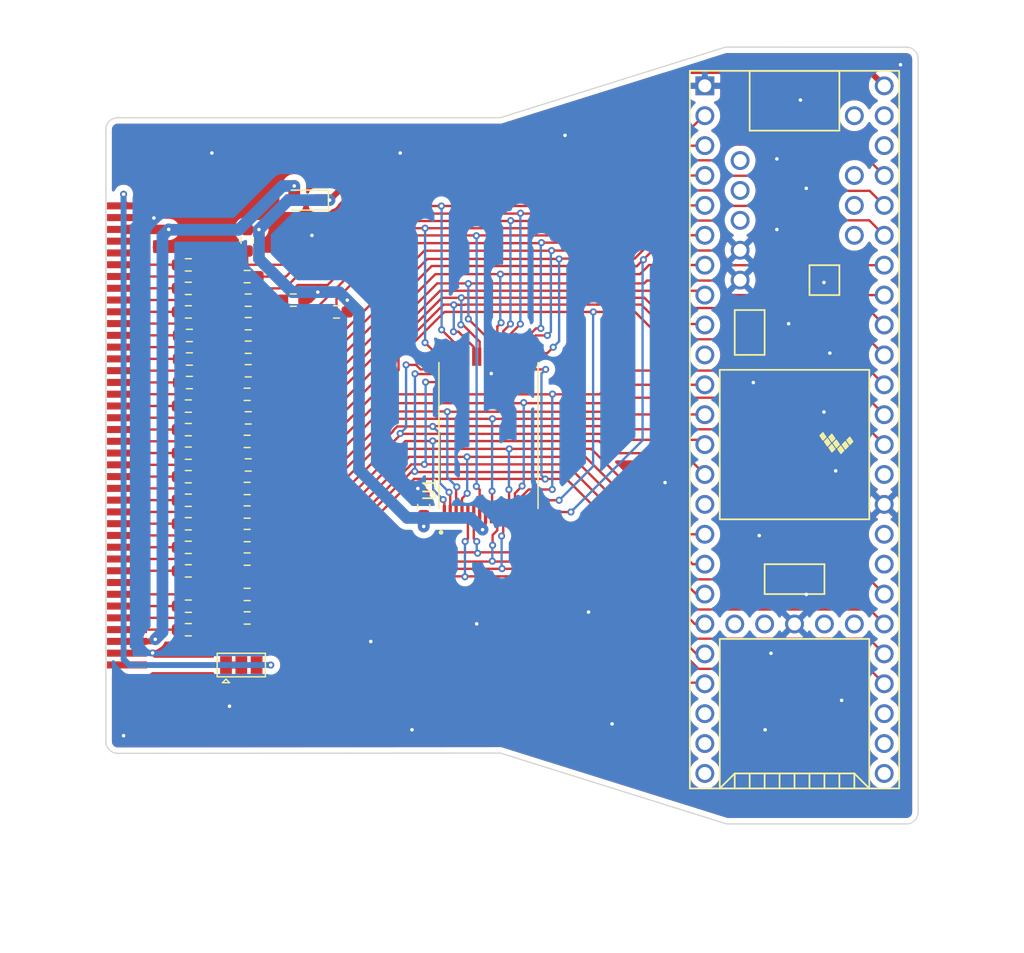
<source format=kicad_pcb>
(kicad_pcb (version 20211014) (generator pcbnew)
  (layers (0 "F.Cu" signal) (31 "B.Cu" signal) (34 "B.Paste" user) (35 "F.Paste" user) (36 "B.SilkS" user "B.Silkscreen") (37 "F.SilkS" user "F.Silkscreen") (38 "B.Mask" user) (39 "F.Mask" user) (44 "Edge.Cuts" user))
  (net 0 "")
  (net 1 "Net-(J1-Pad6)")
  (net 2 "GND")
  (net 3 "+5V")
  (net 7 "PRE_TOP")
  (net 8 "CE")
  (net 9 "Q0")
  (net 10 "Q1")
  (net 11 "OE")
  (net 12 "WE")
  (net 13 "A1")
  (net 14 "A2")
  (net 15 "A3")
  (net 16 "A4")
  (net 17 "Q2")
  (net 18 "Q3")
  (net 19 "RY")
  (net 20 "Q4")
  (net 21 "Q5")
  (net 22 "A5")
  (net 23 "A6")
  (net 24 "A7")
  (net 25 "A8")
  (net 26 "A18")
  (net 27 "A9")
  (net 28 "A10")
  (net 29 "A11")
  (net 30 "A12")
  (net 31 "A13")
  (net 32 "Q6")
  (net 33 "Q7")
  (net 34 "A0")
  (net 35 "A17")
  (net 36 "A16")
  (net 37 "A15")
  (net 38 "A14")
  (net 39 "PRE")
  (net 40 "Net-(J1-Pad7)")
  (net 41 "Net-(J1-Pad8)")
  (net 42 "Net-(J1-Pad9)")
  (net 43 "Net-(J1-Pad10)")
  (net 44 "Net-(J1-Pad11)")
  (net 45 "Net-(J1-Pad12)")
  (net 46 "Net-(J1-Pad13)")
  (net 47 "Net-(J1-Pad14)")
  (net 48 "Net-(J1-Pad15)")
  (net 49 "Net-(J1-Pad16)")
  (net 50 "Net-(J1-Pad17)")
  (net 51 "Net-(J1-Pad18)")
  (net 52 "Net-(J1-Pad19)")
  (net 53 "Net-(J1-Pad20)")
  (net 54 "Net-(J1-Pad21)")
  (net 55 "Net-(J1-Pad22)")
  (net 56 "Net-(J1-Pad23)")
  (net 57 "Net-(J1-Pad24)")
  (net 58 "Net-(J1-Pad25)")
  (net 59 "Net-(J1-Pad26)")
  (net 60 "Net-(J1-Pad27)")
  (net 61 "Net-(J1-Pad28)")
  (net 62 "Net-(J1-Pad29)")
  (net 63 "Net-(J1-Pad30)")
  (net 64 "Net-(J1-Pad31)")
  (net 65 "Net-(J1-Pad32)")
  (net 66 "Net-(J1-Pad34)")
  (net 67 "Net-(J1-Pad35)")
  (net 68 "Net-(J1-Pad36)")
  (net 69 "Net-(J1-Pad37)")
  (net 70 "PRE_BOT")
  (net 71 "5V")
  (footprint "Resistor_SMD:R_0603_1608Metric_Pad0.98x0.95mm_HandSolder" (layer "F.Cu") (at 77 68)
    (fp_text reference "R22" hide)
    (fp_text value "380" hide)
  )
  (footprint "Resistor_SMD:R_0603_1608Metric_Pad0.98x0.95mm_HandSolder" (layer "F.Cu") (at 72 63)
    (fp_text reference "R17" hide)
    (fp_text value "380" hide)
  )
  (footprint "Resistor_SMD:R_0603_1608Metric_Pad0.98x0.95mm_HandSolder" (layer "F.Cu") (at 77 70)
    (fp_text reference "R24" hide)
    (fp_text value "380" hide)
  )
  (footprint "Resistor_SMD:R_0603_1608Metric_Pad0.98x0.95mm_HandSolder" (layer "F.Cu") (at 77.0875 54)
    (fp_text reference "R8" hide)
    (fp_text value "380" hide)
  )
  (footprint "Resistor_SMD:R_0603_1608Metric_Pad0.98x0.95mm_HandSolder" (layer "F.Cu") (at 72.0875 53)
    (fp_text reference "R7" hide)
    (fp_text value "380" hide)
  )
  (footprint "Resistor_SMD:R_0603_1608Metric_Pad0.98x0.95mm_HandSolder" (layer "F.Cu") (at 72 71)
    (fp_text reference "R25" hide)
    (fp_text value "380" hide)
  )
  (footprint "Resistor_SMD:R_0603_1608Metric_Pad0.98x0.95mm_HandSolder" (layer "F.Cu") (at 77 66)
    (fp_text reference "R20" hide)
    (fp_text value "380" hide)
  )
  (footprint "Resistor_SMD:R_0603_1608Metric_Pad0.98x0.95mm_HandSolder" (layer "F.Cu") (at 72 51)
    (fp_text reference "R5" hide)
    (fp_text value "380" hide)
  )
  (footprint "Resistor_SMD:R_0603_1608Metric_Pad0.98x0.95mm_HandSolder" (layer "F.Cu") (at 77 72)
    (fp_text reference "R26" hide)
    (fp_text value "380" hide)
  )
  (footprint "Resistor_SMD:R_0603_1608Metric_Pad0.98x0.95mm_HandSolder" (layer "F.Cu") (at 72 67)
    (fp_text reference "R21" hide)
    (fp_text value "380" hide)
  )
  (footprint "Resistor_SMD:R_0603_1608Metric_Pad0.98x0.95mm_HandSolder" (layer "F.Cu") (at 77 48)
    (fp_text reference "R2" hide)
    (fp_text value "380" hide)
  )
  (footprint "Capacitor_SMD:C_0603_1608Metric_Pad1.08x0.95mm_HandSolder" (layer "F.Cu") (at 92 67.5 -90)
    (fp_text reference "C1" hide)
    (fp_text value "0.1uf" hide)
  )
  (footprint "Resistor_SMD:R_0603_1608Metric_Pad0.98x0.95mm_HandSolder" (layer "F.Cu") (at 77.0875 60)
    (fp_text reference "R14" hide)
    (fp_text value "380" hide)
  )
  (footprint "Resistor_SMD:R_0603_1608Metric_Pad0.98x0.95mm_HandSolder" (layer "F.Cu") (at 72 76)
    (fp_text reference "R29" hide)
    (fp_text value "380" hide)
  )
  (footprint "Resistor_SMD:R_0603_1608Metric_Pad0.98x0.95mm_HandSolder" (layer "F.Cu") (at 72 49)
    (fp_text reference "R3" hide)
    (fp_text value "380" hide)
  )
  (footprint "Resistor_SMD:R_0603_1608Metric_Pad0.98x0.95mm_HandSolder" (layer "F.Cu") (at 77.0875 50)
    (fp_text reference "R4" hide)
    (fp_text value "380" hide)
  )
  (footprint "doit-esp32-devkit-kicad-master:PinHeader_1x40_SMD" (layer "F.Cu") (at 66.79 60.99)
    (fp_text reference "J1" hide)
    (fp_text value "Conn_01x40_Female" hide)
  )
  (footprint "Resistor_SMD:R_0603_1608Metric_Pad0.98x0.95mm_HandSolder" (layer "F.Cu") (at 77.0875 52)
    (fp_text reference "R6" hide)
    (fp_text value "380" hide)
  )
  (footprint "Resistor_SMD:R_0603_1608Metric_Pad0.98x0.95mm_HandSolder" (layer "F.Cu") (at 84.5875 51)
    (fp_text reference "R32" hide)
    (fp_text value "380" hide)
  )
  (footprint "Resistor_SMD:R_0603_1608Metric_Pad0.98x0.95mm_HandSolder" (layer "F.Cu") (at 77 77)
    (fp_text reference "R30" hide)
    (fp_text value "380" hide)
  )
  (footprint "Resistor_SMD:R_0603_1608Metric_Pad0.98x0.95mm_HandSolder" (layer "F.Cu") (at 72.0875 55)
    (fp_text reference "R9" hide)
    (fp_text value "380" hide)
  )
  (footprint "Jumper:SolderJumper-3_P1.3mm_Bridged12_Pad1.0x1.5mm" (layer "F.Cu") (at 76.5 81)
    (fp_text reference "JP1" hide)
    (fp_text value "SolderJumper" hide)
  )
  (footprint "Resistor_SMD:R_0603_1608Metric_Pad0.98x0.95mm_HandSolder" (layer "F.Cu") (at 77.0875 64)
    (fp_text reference "R18" hide)
    (fp_text value "380" hide)
  )
  (footprint "Resistor_SMD:R_0603_1608Metric_Pad0.98x0.95mm_HandSolder" (layer "F.Cu") (at 72 78)
    (fp_text reference "R31" hide)
    (fp_text value "380" hide)
  )
  (footprint "Resistor_SMD:R_0603_1608Metric_Pad0.98x0.95mm_HandSolder" (layer "F.Cu") (at 72 65)
    (fp_text reference "R19" hide)
    (fp_text value "380" hide)
  )
  (footprint "teensy:Teensy35_36" (layer "F.Cu") (at 123.5 61 -90)
    (fp_text reference "U2" hide)
    (fp_text value "Teensy3.5" hide)
  )
  (footprint "Resistor_SMD:R_0603_1608Metric_Pad0.98x0.95mm_HandSolder" (layer "F.Cu") (at 72 73)
    (fp_text reference "R27" hide)
    (fp_text value "380" hide)
  )
  (footprint "Resistor_SMD:R_0603_1608Metric_Pad0.98x0.95mm_HandSolder" (layer "F.Cu") (at 77 58)
    (fp_text reference "R12" hide)
    (fp_text value "380" hide)
  )
  (footprint "flash-chip:SOP50P1400X120-32N" (layer "F.Cu") (at 97.5 61.5 90)
    (fp_text reference "U1")
    (fp_text value "SST39SF040-55-4I-WHE")
  )
  (footprint "Resistor_SMD:R_0603_1608Metric_Pad0.98x0.95mm_HandSolder" (layer "F.Cu") (at 77 75)
    (fp_text reference "R28" hide)
    (fp_text value "380" hide)
  )
  (footprint "Resistor_SMD:R_0603_1608Metric_Pad0.98x0.95mm_HandSolder" (layer "F.Cu") (at 72 61)
    (fp_text reference "R15" hide)
    (fp_text value "380" hide)
  )
  (footprint "Resistor_SMD:R_0603_1608Metric_Pad0.98x0.95mm_HandSolder" (layer "F.Cu") (at 77 62)
    (fp_text reference "R16" hide)
    (fp_text value "380" hide)
  )
  (footprint "Resistor_SMD:R_0603_1608Metric_Pad0.98x0.95mm_HandSolder" (layer "F.Cu") (at 77 44.9125 90)
    (fp_text reference "R34" hide)
    (fp_text value "380" hide)
  )
  (footprint "Resistor_SMD:R_0603_1608Metric_Pad0.98x0.95mm_HandSolder" (layer "F.Cu") (at 72 69)
    (fp_text reference "R23" hide)
    (fp_text value "380" hide)
  )
  (footprint "Diode_SMD:D_SOD-323_HandSoldering" (layer "F.Cu") (at 82 41.5 180)
    (fp_text reference "D1" hide)
    (fp_text value "D" hide)
  )
  (footprint "Resistor_SMD:R_0603_1608Metric_Pad0.98x0.95mm_HandSolder" (layer "F.Cu") (at 72 59)
    (fp_text reference "R13" hide)
    (fp_text value "380" hide)
  )
  (footprint "Resistor_SMD:R_0603_1608Metric_Pad0.98x0.95mm_HandSolder" (layer "F.Cu") (at 80.9125 50)
    (fp_text reference "R33" hide)
    (fp_text value "380" hide)
  )
  (footprint "Resistor_SMD:R_0603_1608Metric_Pad0.98x0.95mm_HandSolder" (layer "F.Cu") (at 72.0875 57)
    (fp_text reference "R11" hide)
    (fp_text value "380" hide)
  )
  (footprint "Resistor_SMD:R_0603_1608Metric_Pad0.98x0.95mm_HandSolder" (layer "F.Cu") (at 72 47)
    (fp_text reference "R1" hide)
    (fp_text value "380" hide)
  )
  (footprint "Resistor_SMD:R_0603_1608Metric_Pad0.98x0.95mm_HandSolder" (layer "F.Cu") (at 77.0875 56)
    (fp_text reference "R10" hide)
    (fp_text value "380" hide)
  )
  (gr_arc (start 65 35.5) (mid 65.292893 34.792893) (end 66 34.5) (layer "Edge.Cuts") (width 0.1))
  (gr_line (start 98.5 34.5) (end 66 34.5) (layer "Edge.Cuts") (width 0.1))
  (gr_line (start 98.5 34.5) (end 117.629819 28.5) (layer "Edge.Cuts") (width 0.1))
  (gr_line (start 117.734262 94.5) (end 98.5 88.477087) (layer "Edge.Cuts") (width 0.1))
  (gr_line (start 117.629819 28.5) (end 133 28.505411) (layer "Edge.Cuts") (width 0.1))
  (gr_arc (start 66 88.5) (mid 65.292893 88.207107) (end 65 87.5) (layer "Edge.Cuts") (width 0.1))
  (gr_arc (start 134 93.5) (mid 133.707107 94.207107) (end 133 94.5) (layer "Edge.Cuts") (width 0.1))
  (gr_line (start 133 94.5) (end 117.734262 94.5) (layer "Edge.Cuts") (width 0.1))
  (gr_line (start 98.5 88.477087) (end 66 88.5) (layer "Edge.Cuts") (width 0.1))
  (gr_arc (start 133 28.505411) (mid 133.705196 28.796393) (end 134 29.5) (layer "Edge.Cuts") (width 0.1))
  (gr_line (start 65 35.5) (end 65 87.5) (layer "Edge.Cuts") (width 0.1))
  (gr_line (start 134 29.5) (end 134 93.5) (layer "Edge.Cuts") (width 0.1))
  (segment (start 66.79 46.99) (end 71.0775 46.99) (width 0.2) (layer "F.Cu") (net 1))
  (segment (start 71.0775 46.99) (end 71.0875 47) (width 0.2) (layer "F.Cu") (net 1))
  (segment (start 92 66.5) (end 92 66.6375) (width 1) (layer "F.Cu") (net 2))
  (segment (start 97.732872 56.234028) (end 97.732872 54.827128) (width 0.2) (layer "F.Cu") (net 2))
  (segment (start 91.5 66) (end 92 66.5) (width 1) (layer "F.Cu") (net 2))
  (segment (start 97.732872 54.827128) (end 97.75 54.81) (width 0.2) (layer "F.Cu") (net 2))
  (segment (start 68.945455 79.99) (end 66.79 79.99) (width 0.2) (layer "F.Cu") (net 2))
  (segment (start 68.964642 79.970813) (end 68.945455 79.99) (width 0.2) (layer "F.Cu") (net 2))
  (via (at 106 76.5) (size 0.6) (drill 0.3) (layers "F.Cu" "B.Cu") (net 2))
  (via (at 87.5 79) (size 0.6) (drill 0.3) (layers "F.Cu" "B.Cu") (net 2))
  (via (at 96.5 77.5) (size 0.6) (drill 0.3) (layers "F.Cu" "B.Cu") (net 2))
  (via (at 121.5 80) (size 0.6) (drill 0.3) (layers "F.Cu" "B.Cu") (net 2))
  (via (at 91.5 66) (size 0.6) (drill 0.3) (layers "F.Cu" "B.Cu") (net 2))
  (via (at 66.5 87) (size 0.6) (drill 0.3) (layers "F.Cu" "B.Cu") (net 2))
  (via (at 120.5 70) (size 0.6) (drill 0.3) (layers "F.Cu" "B.Cu") (net 2))
  (via (at 104 36) (size 0.6) (drill 0.3) (layers "F.Cu" "B.Cu") (net 2))
  (via (at 108 86) (size 0.6) (drill 0.3) (layers "F.Cu" "B.Cu") (net 2))
  (via (at 124 33) (size 0.6) (drill 0.3) (layers "F.Cu" "B.Cu") (net 2))
  (via (at 132.5 30) (size 0.6) (drill 0.3) (layers "F.Cu" "B.Cu") (net 2))
  (via (at 124.5 40.5) (size 0.6) (drill 0.3) (layers "F.Cu" "B.Cu") (net 2))
  (via (at 127.5 84) (size 0.6) (drill 0.3) (layers "F.Cu" "B.Cu") (net 2))
  (via (at 69.075467 43.021588) (size 0.6) (drill 0.3) (layers "F.Cu" "B.Cu") (net 2))
  (via (at 127 64.5) (size 0.6) (drill 0.3) (layers "F.Cu" "B.Cu") (net 2))
  (via (at 120 57) (size 0.6) (drill 0.3) (layers "F.Cu" "B.Cu") (net 2))
  (via (at 126 48.5) (size 0.6) (drill 0.3) (layers "F.Cu" "B.Cu") (net 2))
  (via (at 121 86.5) (size 0.6) (drill 0.3) (layers "F.Cu" "B.Cu") (net 2))
  (via (at 68.964642 79.970813) (size 0.6) (drill 0.3) (layers "F.Cu" "B.Cu") (net 2))
  (via (at 75.5 84.5) (size 0.6) (drill 0.3) (layers "F.Cu" "B.Cu") (net 2))
  (via (at 97.732872 56.234028) (size 0.6) (drill 0.3) (layers "F.Cu" "B.Cu") (net 2))
  (via (at 82.5 44.5) (size 0.6) (drill 0.3) (layers "F.Cu" "B.Cu") (net 2))
  (via (at 124.5 75) (size 0.6) (drill 0.3) (layers "F.Cu" "B.Cu") (net 2))
  (via (at 74 37.5) (size 0.6) (drill 0.3) (layers "F.Cu" "B.Cu") (net 2))
  (via (at 126.5 54.5) (size 0.6) (drill 0.3) (layers "F.Cu" "B.Cu") (net 2))
  (via (at 126 59.5) (size 0.6) (drill 0.3) (layers "F.Cu" "B.Cu") (net 2))
  (via (at 112.5 65.5) (size 0.6) (drill 0.3) (layers "F.Cu" "B.Cu") (net 2))
  (via (at 123 52) (size 0.6) (drill 0.3) (layers "F.Cu" "B.Cu") (net 2))
  (via (at 90 37.5) (size 0.6) (drill 0.3) (layers "F.Cu" "B.Cu") (net 2))
  (via (at 91 86.5) (size 0.6) (drill 0.3) (layers "F.Cu" "B.Cu") (net 2))
  (via (at 122 38) (size 0.6) (drill 0.3) (layers "F.Cu" "B.Cu") (net 2))
  (via (at 122 44) (size 0.6) (drill 0.3) (layers "F.Cu" "B.Cu") (net 2))
  (segment (start 67.847743 79.970813) (end 67.278846 79.401916) (width 0.5) (layer "B.Cu") (net 2))
  (segment (start 67.278846 43.721154) (end 67.978412 43.021588) (width 0.5) (layer "B.Cu") (net 2))
  (segment (start 67.278846 79.401916) (end 67.278846 43.721154) (width 0.5) (layer "B.Cu") (net 2))
  (segment (start 97.732872 56.234028) (end 97.745793 56.221107) (width 0.5) (layer "B.Cu") (net 2))
  (segment (start 67.978412 43.021588) (end 69.075467 43.021588) (width 0.5) (layer "B.Cu") (net 2))
  (segment (start 68.964642 79.970813) (end 67.847743 79.970813) (width 0.5) (layer "B.Cu") (net 2))
  (segment (start 97.25 68.19) (end 97.25 69.25) (width 0.2) (layer "F.Cu") (net 3))
  (segment (start 131.12 31.79) (end 129.87 30.54) (width 0.5) (layer "F.Cu") (net 3))
  (segment (start 83.25 41.5) (end 84 41.5) (width 0.5) (layer "F.Cu") (net 3))
  (segment (start 81.825 50) (end 82.316978 50) (width 0.5) (layer "F.Cu") (net 3))
  (segment (start 77 44) (end 78 44) (width 0.5) (layer "F.Cu") (net 3))
  (segment (start 104.5 40) (end 85.5 40) (width 0.5) (layer "F.Cu") (net 3))
  (segment (start 82.316978 50) (end 83 49.316978) (width 0.5) (layer "F.Cu") (net 3))
  (segment (start 85.5 40) (end 84 41.5) (width 0.5) (layer "F.Cu") (net 3))
  (segment (start 92 69.224938) (end 92 68.3625) (width 1) (layer "F.Cu") (net 3))
  (segment (start 113.96 30.54) (end 104.5 40) (width 0.5) (layer "F.Cu") (net 3))
  (segment (start 129.87 30.54) (end 113.96 30.54) (width 0.5) (layer "F.Cu") (net 3))
  (segment (start 85.5 51) (end 85.5 50) (width 0.5) (layer "F.Cu") (net 3))
  (segment (start 97.25 69.25) (end 97 69.5) (width 0.2) (layer "F.Cu") (net 3))
  (via (at 85.5 50) (size 0.6) (drill 0.3) (layers "F.Cu" "B.Cu") (net 3))
  (via (at 83 49.316978) (size 0.6) (drill 0.3) (layers "F.Cu" "B.Cu") (net 3))
  (via (at 92 69.224938) (size 0.6) (drill 0.3) (layers "F.Cu" "B.Cu") (net 3))
  (via (at 97 69.5) (size 0.6) (drill 0.3) (layers "F.Cu" "B.Cu") (net 3))
  (via (at 78 44) (size 0.6) (drill 0.3) (layers "F.Cu" "B.Cu") (net 3))
  (via (at 84 41.5) (size 0.6) (drill 0.3) (layers "F.Cu" "B.Cu") (net 3))
  (segment (start 92 69.224938) (end 92 68.5) (width 1) (layer "B.Cu") (net 3))
  (segment (start 96 68.5) (end 97 69.5) (width 1) (layer "B.Cu") (net 3))
  (segment (start 86.5 51) (end 86.5 64.414214) (width 1) (layer "B.Cu") (net 3))
  (segment (start 90.585786 68.5) (end 96 68.5) (width 1) (layer "B.Cu") (net 3))
  (segment (start 84 41.5) (end 80.5 41.5) (width 1) (layer "B.Cu") (net 3))
  (segment (start 85.5 50) (end 84.815093 49.315093) (width 1) (layer "B.Cu") (net 3))
  (segment (start 80.5 41.5) (end 78 44) (width 1) (layer "B.Cu") (net 3))
  (segment (start 83 49.316978) (end 80.816978 49.316978) (width 1) (layer "B.Cu") (net 3))
  (segment (start 78 46.5) (end 78 44) (width 1) (layer "B.Cu") (net 3))
  (segment (start 85.5 50) (end 86.5 51) (width 1) (layer "B.Cu") (net 3))
  (segment (start 80.816978 49.316978) (end 78 46.5) (width 1) (layer "B.Cu") (net 3))
  (segment (start 84.815093 49.315093) (end 83.001885 49.315093) (width 1) (layer "B.Cu") (net 3))
  (segment (start 86.5 64.414214) (end 90.585786 68.5) (width 1) (layer "B.Cu") (net 3))
  (segment (start 83.001885 49.315093) (end 83 49.316978) (width 1) (layer "B.Cu") (net 3))
  (segment (start 66.5 41) (end 66.5 41.7) (width 0.5) (layer "F.Cu") (net 7))
  (segment (start 77.8 81) (end 79 81) (width 0.5) (layer "F.Cu") (net 7))
  (segment (start 66.5 41.7) (end 66.79 41.99) (width 0.5) (layer "F.Cu") (net 7))
  (via (at 79 81) (size 0.6) (drill 0.3) (layers "F.Cu" "B.Cu") (net 7))
  (via (at 66.5 41) (size 0.6) (drill 0.3) (layers "F.Cu" "B.Cu") (net 7))
  (segment (start 79 81) (end 67 81) (width 0.5) (layer "B.Cu") (net 7))
  (segment (start 66.5 80.5) (end 66.5 41) (width 0.5) (layer "B.Cu") (net 7))
  (segment (start 67 81) (end 66.5 80.5) (width 0.5) (layer "B.Cu") (net 7))
  (segment (start 87.761841 42) (end 82.768487 46.993354) (width 0.2) (layer "F.Cu") (net 8))
  (segment (start 108.107568 42) (end 115.777568 34.33) (width 0.2) (layer "F.Cu") (net 8))
  (segment (start 76.993354 46.993354) (end 72.919146 46.993354) (width 0.2) (layer "F.Cu") (net 8))
  (segment (start 93.517898 52.517898) (end 94.75 53.75) (width 0.2) (layer "F.Cu") (net 8))
  (segment (start 93.5 42) (end 87.761841 42) (width 0.2) (layer "F.Cu") (net 8))
  (segment (start 72.919146 46.993354) (end 72.9125 47) (width 0.2) (layer "F.Cu") (net 8))
  (segment (start 77 46.763573) (end 77 46.986708) (width 0.2) (layer "F.Cu") (net 8))
  (segment (start 82.768487 46.993354) (end 76.993354 46.993354) (width 0.2) (layer "F.Cu") (net 8))
  (segment (start 115.777568 34.33) (end 115.88 34.33) (width 0.2) (layer "F.Cu") (net 8))
  (segment (start 94.75 53.75) (end 94.75 54.81) (width 0.2) (layer "F.Cu") (net 8))
  (segment (start 93.5 42) (end 108.107568 42) (width 0.2) (layer "F.Cu") (net 8))
  (segment (start 77 46.986708) (end 76.993354 46.993354) (width 0.2) (layer "F.Cu") (net 8))
  (segment (start 77 45.825) (end 77 46.763573) (width 0.2) (layer "F.Cu") (net 8))
  (via (at 93.5 42) (size 0.6) (drill 0.3) (layers "F.Cu" "B.Cu") (net 8))
  (via (at 93.517898 52.517898) (size 0.6) (drill 0.3) (layers "F.Cu" "B.Cu") (net 8))
  (segment (start 93.517898 42.017898) (end 93.5 42) (width 0.2) (layer "B.Cu") (net 8))
  (segment (start 93.517898 52.517898) (end 93.517898 42.017898) (width 0.2) (layer "B.Cu") (net 8))
  (segment (start 100.219729 42.615259) (end 100.189267 42.645721) (width 0.2) (layer "F.Cu") (net 9))
  (segment (start 83.206396 47.564451) (end 80.724241 47.564451) (width 0.2) (layer "F.Cu") (net 9))
  (segment (start 100.250191 42.645721) (end 108.364799 42.645721) (width 0.2) (layer "F.Cu") (net 9))
  (segment (start 99.25 52.98867) (end 99.25 54.81) (width 0.2) (layer "F.Cu") (net 9))
  (segment (start 80.724241 47.564451) (end 80.288692 48) (width 0.2) (layer "F.Cu") (net 9))
  (segment (start 100.189267 42.645721) (end 88.125126 42.645721) (width 0.2) (layer "F.Cu") (net 9))
  (segment (start 108.364799 42.645721) (end 114.131934 36.878586) (width 0.2) (layer "F.Cu") (net 9))
  (segment (start 100.207925 52.030745) (end 99.25 52.98867) (width 0.2) (layer "F.Cu") (net 9))
  (segment (start 80.288692 48) (end 77.9125 48) (width 0.2) (layer "F.Cu") (net 9))
  (segment (start 114.131934 36.878586) (end 115.871414 36.878586) (width 0.2) (layer "F.Cu") (net 9))
  (segment (start 115.871414 36.878586) (end 115.88 36.87) (width 0.2) (layer "F.Cu") (net 9))
  (segment (start 88.125126 42.645721) (end 83.206396 47.564451) (width 0.2) (layer "F.Cu") (net 9))
  (segment (start 100.219729 42.615259) (end 100.250191 42.645721) (width 0.2) (layer "F.Cu") (net 9))
  (via (at 100.219729 42.615259) (size 0.6) (drill 0.3) (layers "F.Cu" "B.Cu") (net 9))
  (via (at 100.207925 52.030745) (size 0.6) (drill 0.3) (layers "F.Cu" "B.Cu") (net 9))
  (segment (start 100.219729 42.615259) (end 100.207925 42.627063) (width 0.2) (layer "B.Cu") (net 9))
  (segment (start 100.207925 42.627063) (end 100.207925 52.030745) (width 0.2) (layer "B.Cu") (net 9))
  (segment (start 116.872946 38.120634) (end 118.211086 36.782494) (width 0.2) (layer "F.Cu") (net 10))
  (segment (start 99.387032 43.245221) (end 99.356699 43.275554) (width 0.2) (layer "F.Cu") (net 10))
  (segment (start 83.546698 48.132254) (end 81.064544 48.132254) (width 0.2) (layer "F.Cu") (net 10))
  (segment (start 99.417365 43.275554) (end 108.6162 43.275554) (width 0.2) (layer "F.Cu") (net 10))
  (segment (start 81.064544 48.132254) (end 80.196798 49) (width 0.2) (layer "F.Cu") (net 10))
  (segment (start 99.356699 43.275554) (end 88.403398 43.275554) (width 0.2) (layer "F.Cu") (net 10))
  (segment (start 80.196798 49) (end 72.9125 49) (width 0.2) (layer "F.Cu") (net 10))
  (segment (start 113.77112 38.120634) (end 116.872946 38.120634) (width 0.2) (layer "F.Cu") (net 10))
  (segment (start 98.75 52.640847) (end 98.75 54.81) (width 0.2) (layer "F.Cu") (net 10))
  (segment (start 118.211086 36.782494) (end 128.492494 36.782494) (width 0.2) (layer "F.Cu") (net 10))
  (segment (start 128.492494 36.782494) (end 131.12 39.41) (width 0.2) (layer "F.Cu") (net 10))
  (segment (start 99.36448 52.026367) (end 98.75 52.640847) (width 0.2) (layer "F.Cu") (net 10))
  (segment (start 108.6162 43.275554) (end 113.77112 38.120634) (width 0.2) (layer "F.Cu") (net 10))
  (segment (start 88.403398 43.275554) (end 83.546698 48.132254) (width 0.2) (layer "F.Cu") (net 10))
  (segment (start 99.387032 43.245221) (end 99.417365 43.275554) (width 0.2) (layer "F.Cu") (net 10))
  (via (at 99.36448 52.026367) (size 0.6) (drill 0.3) (layers "F.Cu" "B.Cu") (net 10))
  (via (at 99.387032 43.245221) (size 0.6) (drill 0.3) (layers "F.Cu" "B.Cu") (net 10))
  (segment (start 99.387032 43.245221) (end 99.36448 43.267773) (width 0.2) (layer "B.Cu") (net 10))
  (segment (start 99.36448 43.267773) (end 99.36448 52.026367) (width 0.2) (layer "B.Cu") (net 10))
  (segment (start 93.31 54.81) (end 93.75 54.81) (width 0.2) (layer "F.Cu") (net 11))
  (segment (start 113.346813 39.41) (end 115.88 39.41) (width 0.2) (layer "F.Cu") (net 11))
  (segment (start 92.112415 43.887585) (end 88.659112 43.887585) (width 0.2) (layer "F.Cu") (net 11))
  (segment (start 88.659112 43.887585) (end 83.829219 48.717478) (width 0.2) (layer "F.Cu") (net 11))
  (segment (start 78 50) (end 79 50) (width 0.2) (layer "F.Cu") (net 11))
  (segment (start 83.829219 48.717478) (end 81.282522 48.717478) (width 0.2) (layer "F.Cu") (net 11))
  (segment (start 92.112415 43.887585) (end 108.869228 43.887585) (width 0.2) (layer "F.Cu") (net 11))
  (segment (start 79 50) (end 80 50) (width 0.2) (layer "F.Cu") (net 11))
  (segment (start 81.282522 48.717478) (end 80 50) (width 0.2) (layer "F.Cu") (net 11))
  (segment (start 92.112415 53.612415) (end 93.31 54.81) (width 0.2) (layer "F.Cu") (net 11))
  (segment (start 108.869228 43.887585) (end 113.346813 39.41) (width 0.2) (layer "F.Cu") (net 11))
  (via (at 92.112415 43.887585) (size 0.6) (drill 0.3) (layers "F.Cu" "B.Cu") (net 11))
  (via (at 92.112415 53.612415) (size 0.6) (drill 0.3) (layers "F.Cu" "B.Cu") (net 11))
  (segment (start 92.112415 53.612415) (end 92.112415 43.887585) (width 0.2) (layer "B.Cu") (net 11))
  (segment (start 89.056086 44.499617) (end 82.762761 50.792942) (width 0.2) (layer "F.Cu") (net 12))
  (segment (start 131.12 41.95) (end 129.884712 40.714712) (width 0.2) (layer "F.Cu") (net 12))
  (segment (start 96.75 66.097939) (end 96.75 68.19) (width 0.2) (layer "F.Cu") (net 12))
  (segment (start 117.854462 39.432304) (end 116.606304 40.680462) (width 0.2) (layer "F.Cu") (net 12))
  (segment (start 83.675 51) (end 81 51) (width 0.2) (layer "F.Cu") (net 12))
  (segment (start 109.122257 44.499617) (end 89.056086 44.499617) (width 0.2) (layer "F.Cu") (net 12))
  (segment (start 129.884712 40.714712) (end 127.714712 40.714712) (width 0.2) (layer "F.Cu") (net 12))
  (segment (start 112.941412 40.680462) (end 109.122257 44.499617) (width 0.2) (layer "F.Cu") (net 12))
  (segment (start 126.432304 39.432304) (end 117.854462 39.432304) (width 0.2) (layer "F.Cu") (net 12))
  (segment (start 96.473079 65.821018) (end 96.75 66.097939) (width 0.2) (layer "F.Cu") (net 12))
  (segment (start 81 51) (end 72.9125 51) (width 0.2) (layer "F.Cu") (net 12))
  (segment (start 116.606304 40.680462) (end 112.941412 40.680462) (width 0.2) (layer "F.Cu") (net 12))
  (segment (start 82.762761 50.792942) (end 82.762761 51) (width 0.2) (layer "F.Cu") (net 12))
  (segment (start 127.714712 40.714712) (end 126.432304 39.432304) (width 0.2) (layer "F.Cu") (net 12))
  (segment (start 82.762761 51) (end 80.983052 51) (width 0.2) (layer "F.Cu") (net 12))
  (via (at 96.470023 44.529977) (size 0.6) (drill 0.3) (layers "F.Cu" "B.Cu") (net 12))
  (via (at 96.473079 65.821018) (size 0.6) (drill 0.3) (layers "F.Cu" "B.Cu") (net 12))
  (segment (start 96.490994 65.803103) (end 96.490994 44.550948) (width 0.2) (layer "B.Cu") (net 12))
  (segment (start 96.490994 44.550948) (end 96.470023 44.529977) (width 0.2) (layer "B.Cu") (net 12))
  (segment (start 96.473079 65.821018) (end 96.490994 65.803103) (width 0.2) (layer "B.Cu") (net 12))
  (segment (start 109.400025 45.113942) (end 112.563967 41.95) (width 0.2) (layer "F.Cu") (net 13))
  (segment (start 102 45.113942) (end 109.400025 45.113942) (width 0.2) (layer "F.Cu") (net 13))
  (segment (start 112.563967 41.95) (end 115.88 41.95) (width 0.2) (layer "F.Cu") (net 13))
  (segment (start 101.533814 52.4005) (end 100.25 53.684314) (width 0.2) (layer "F.Cu") (net 13))
  (segment (start 89.342444 45.157556) (end 101.956386 45.157556) (width 0.2) (layer "F.Cu") (net 13))
  (segment (start 101.944851 52.4005) (end 101.533814 52.4005) (width 0.2) (layer "F.Cu") (net 13))
  (segment (start 78 52) (end 84 52) (width 0.2) (layer "F.Cu") (net 13))
  (segment (start 84.584701 49.915299) (end 89.342444 45.157556) (width 0.2) (layer "F.Cu") (net 13))
  (segment (start 84.584701 51.415299) (end 84.584701 49.915299) (width 0.2) (layer "F.Cu") (net 13))
  (segment (start 101.956386 45.157556) (end 102 45.113942) (width 0.2) (layer "F.Cu") (net 13))
  (segment (start 100.25 53.684314) (end 100.25 54.81) (width 0.2) (layer "F.Cu") (net 13))
  (segment (start 84 52) (end 84.584701 51.415299) (width 0.2) (layer "F.Cu") (net 13))
  (via (at 102 45.113942) (size 0.6) (drill 0.3) (layers "F.Cu" "B.Cu") (net 13))
  (via (at 101.944851 52.4005) (size 0.6) (drill 0.3) (layers "F.Cu" "B.Cu") (net 13))
  (segment (start 101.944851 45.169091) (end 101.944851 52.4005) (width 0.2) (layer "B.Cu") (net 13))
  (segment (start 102 45.113942) (end 101.944851 45.169091) (width 0.2) (layer "B.Cu") (net 13))
  (segment (start 84.85402 53) (end 73 53) (width 0.2) (layer "F.Cu") (net 14))
  (segment (start 102.862605 45.788426) (end 102.849579 45.801452) (width 0.2) (layer "F.Cu") (net 14))
  (segment (start 92.052568 45.801452) (end 84.85402 53) (width 0.2) (layer "F.Cu") (net 14))
  (segment (start 127.905457 43.217774) (end 129.847774 43.217774) (width 0.2) (layer "F.Cu") (net 14))
  (segment (start 102.849579 45.801452) (end 92.052568 45.801452) (width 0.2) (layer "F.Cu") (net 14))
  (segment (start 118.037286 41.991551) (end 126.679234 41.991551) (width 0.2) (layer "F.Cu") (net 14))
  (segment (start 102.5 53) (end 101.5 53) (width 0.2) (layer "F.Cu") (net 14))
  (segment (start 112.192691 43.237238) (end 116.791599 43.237238) (width 0.2) (layer "F.Cu") (net 14))
  (segment (start 109.641503 45.788426) (end 112.192691 43.237238) (width 0.2) (layer "F.Cu") (net 14))
  (segment (start 102.862605 45.788426) (end 109.641503 45.788426) (width 0.2) (layer "F.Cu") (net 14))
  (segment (start 116.791599 43.237238) (end 118.037286 41.991551) (width 0.2) (layer "F.Cu") (net 14))
  (segment (start 126.679234 41.991551) (end 127.905457 43.217774) (width 0.2) (layer "F.Cu") (net 14))
  (segment (start 100.75 53.75) (end 100.75 54.81) (width 0.2) (layer "F.Cu") (net 14))
  (segment (start 129.847774 43.217774) (end 131.12 44.49) (width 0.2) (layer "F.Cu") (net 14))
  (segment (start 101.5 53) (end 100.75 53.75) (width 0.2) (layer "F.Cu") (net 14))
  (via (at 102.862605 45.788426) (size 0.6) (drill 0.3) (layers "F.Cu" "B.Cu") (net 14))
  (via (at 102.5 53) (size 0.6) (drill 0.3) (layers "F.Cu" "B.Cu") (net 14))
  (segment (start 102.800152 52.699848) (end 102.5 53) (width 0.2) (layer "B.Cu") (net 14))
  (segment (start 102.862605 45.788426) (end 102.800152 45.850879) (width 0.2) (layer "B.Cu") (net 14))
  (segment (start 102.800152 45.850879) (end 102.800152 52.699848) (width 0.2) (layer "B.Cu") (net 14))
  (segment (start 103.528534 46.471466) (end 109.911413 46.471466) (width 0.2) (layer "F.Cu") (net 15))
  (segment (start 102.5 54.5) (end 103 54) (width 0.2) (layer "F.Cu") (net 15))
  (segment (start 92.310992 46.5) (end 84.810992 54) (width 0.2) (layer "F.Cu") (net 15))
  (segment (start 103.5 46.5) (end 103.528534 46.471466) (width 0.2) (layer "F.Cu") (net 15))
  (segment (start 101.25 54.81) (end 101.56 54.5) (width 0.2) (layer "F.Cu") (net 15))
  (segment (start 111.896622 44.486257) (end 115.876257 44.486257) (width 0.2) (layer "F.Cu") (net 15))
  (segment (start 101.56 54.5) (end 102 54.5) (width 0.2) (layer "F.Cu") (net 15))
  (segment (start 109.911413 46.471466) (end 111.896622 44.486257) (width 0.2) (layer "F.Cu") (net 15))
  (segment (start 115.876257 44.486257) (end 115.88 44.49) (width 0.2) (layer "F.Cu") (net 15))
  (segment (start 84.810992 54) (end 78 54) (width 0.2) (layer "F.Cu") (net 15))
  (segment (start 102 54.5) (end 102.5 54.5) (width 0.2) (layer "F.Cu") (net 15))
  (segment (start 103.5 46.5) (end 92.310992 46.5) (width 0.2) (layer "F.Cu") (net 15))
  (via (at 103 54) (size 0.6) (drill 0.3) (layers "F.Cu" "B.Cu") (net 15))
  (via (at 103.5 46.5) (size 0.6) (drill 0.3) (layers "F.Cu" "B.Cu") (net 15))
  (segment (start 103.5 46.5) (end 103.5 53.5) (width 0.2) (layer "B.Cu") (net 15))
  (segment (start 103.5 53.5) (end 103 54) (width 0.2) (layer "B.Cu") (net 15))
  (segment (start 118.254365 47.03) (end 117.006546 45.782181) (width 0.2) (layer "F.Cu") (net 16))
  (segment (start 117.006546 45.782181) (end 111.433204 45.782181) (width 0.2) (layer "F.Cu") (net 16))
  (segment (start 110.102095 47.11329) (end 106.551889 47.11329) (width 0.2) (layer "F.Cu") (net 16))
  (segment (start 111.433204 45.782181) (end 110.102095 47.11329) (width 0.2) (layer "F.Cu") (net 16))
  (segment (start 106.538599 47.1) (end 92.674765 47.1) (width 0.2) (layer "F.Cu") (net 16))
  (segment (start 101.25 68.19) (end 101.44 68) (width 0.2) (layer "F.Cu") (net 16))
  (segment (start 84.774765 55) (end 73 55) (width 0.2) (layer "F.Cu") (net 16))
  (segment (start 131.12 47.03) (end 118.254365 47.03) (width 0.2) (layer "F.Cu") (net 16))
  (segment (start 106.551889 47.11329) (end 106.538599 47.1) (width 0.2) (layer "F.Cu") (net 16))
  (segment (start 92.674765 47.1) (end 84.774765 55) (width 0.2) (layer "F.Cu") (net 16))
  (segment (start 101.44 68) (end 104.5 68) (width 0.2) (layer "F.Cu") (net 16))
  (via (at 104.5 68) (size 0.6) (drill 0.3) (layers "F.Cu" "B.Cu") (net 16))
  (via (at 110.665351 46.565351) (size 0.6) (drill 0.3) (layers "F.Cu" "B.Cu") (net 16))
  (segment (start 110.589726 46.640976) (end 110.589726 61.910274) (width 0.2) (layer "B.Cu") (net 16))
  (segment (start 110.665351 46.565351) (end 110.589726 46.640976) (width 0.2) (layer "B.Cu") (net 16))
  (segment (start 110.589726 61.910274) (end 104.5 68) (width 0.2) (layer "B.Cu") (net 16))
  (segment (start 115.864276 47.014276) (end 115.88 47.03) (width 0.2) (layer "F.Cu") (net 17))
  (segment (start 78 56) (end 84.783772 56) (width 0.2) (layer "F.Cu") (net 17))
  (segment (start 92.993982 47.78979) (end 110.36592 47.78979) (width 0.2) (layer "F.Cu") (net 17))
  (segment (start 98.572223 51.918971) (end 98.25 52.241194) (width 0.2) (layer "F.Cu") (net 17))
  (segment (start 84.783772 56) (end 92.993982 47.78979) (width 0.2) (layer "F.Cu") (net 17))
  (segment (start 110.36592 47.78979) (end 111.141434 47.014276) (width 0.2) (layer "F.Cu") (net 17))
  (segment (start 111.141434 47.014276) (end 115.864276 47.014276) (width 0.2) (layer "F.Cu") (net 17))
  (segment (start 98.25 52.241194) (end 98.25 54.81) (width 0.2) (layer "F.Cu") (net 17))
  (via (at 98.572223 51.918971) (size 0.6) (drill 0.3) (layers "F.Cu" "B.Cu") (net 17))
  (via (at 98.510521 47.78979) (size 0.6) (drill 0.3) (layers "F.Cu" "B.Cu") (net 17))
  (segment (start 98.5 47.800311) (end 98.5 51.846748) (width 0.2) (layer "B.Cu") (net 17))
  (segment (start 98.5 51.846748) (end 98.572223 51.918971) (width 0.2) (layer "B.Cu") (net 17))
  (segment (start 98.510521 47.78979) (end 98.5 47.800311) (width 0.2) (layer "B.Cu") (net 17))
  (segment (start 97.25 53.05955) (end 97.25 54.81) (width 0.2) (layer "F.Cu") (net 18))
  (segment (start 116.809221 48.334508) (end 118.044713 49.57) (width 0.2) (layer "F.Cu") (net 18))
  (segment (start 110.969569 48.334508) (end 116.809221 48.334508) (width 0.2) (layer "F.Cu") (net 18))
  (segment (start 98.753132 48.576217) (end 110.72786 48.576217) (width 0.2) (layer "F.Cu") (net 18))
  (segment (start 110.72786 48.576217) (end 110.969569 48.334508) (width 0.2) (layer "F.Cu") (net 18))
  (segment (start 73 57) (end 84.722707 57) (width 0.2) (layer "F.Cu") (net 18))
  (segment (start 93.14649 48.576217) (end 98.246868 48.576217) (width 0.2) (layer "F.Cu") (net 18))
  (segment (start 95.78995 51.5995) (end 97.25 53.05955) (width 0.2) (layer "F.Cu") (net 18))
  (segment (start 98.748529 48.58082) (end 98.753132 48.576217) (width 0.2) (layer "F.Cu") (net 18))
  (segment (start 98.246868 48.576217) (end 98.251471 48.58082) (width 0.2) (layer "F.Cu") (net 18))
  (segment (start 118.044713 49.57) (end 131.12 49.57) (width 0.2) (layer "F.Cu") (net 18))
  (segment (start 98.251471 48.58082) (end 98.748529 48.58082) (width 0.2) (layer "F.Cu") (net 18))
  (segment (start 84.722707 57) (end 93.14649 48.576217) (width 0.2) (layer "F.Cu") (net 18))
  (via (at 95.786539 48.601) (size 0.6) (drill 0.3) (layers "F.Cu" "B.Cu") (net 18))
  (via (at 95.78995 51.5995) (size 0.6) (drill 0.3) (layers "F.Cu" "B.Cu") (net 18))
  (segment (start 95.786539 49.54806) (end 95.79045 49.551971) (width 0.2) (layer "B.Cu") (net 18))
  (segment (start 95.786539 48.601) (end 95.786539 49.54806) (width 0.2) (layer "B.Cu") (net 18))
  (segment (start 95.79045 51.599) (end 95.78995 51.5995) (width 0.2) (layer "B.Cu") (net 18))
  (segment (start 95.79045 49.551971) (end 95.79045 51.599) (width 0.2) (layer "B.Cu") (net 18))
  (segment (start 93.391074 49.2005) (end 115.5105 49.2005) (width 0.2) (layer "F.Cu") (net 19))
  (segment (start 84.791574 57.8) (end 93.391074 49.2005) (width 0.2) (layer "F.Cu") (net 19))
  (segment (start 77.9125 58) (end 78.1125 57.8) (width 0.2) (layer "F.Cu") (net 19))
  (segment (start 115.5105 49.2005) (end 115.88 49.57) (width 0.2) (layer "F.Cu") (net 19))
  (segment (start 78.1125 57.8) (end 84.791574 57.8) (width 0.2) (layer "F.Cu") (net 19))
  (segment (start 96.75 53.522849) (end 96.75 54.81) (width 0.2) (layer "F.Cu") (net 20))
  (segment (start 95.321944 52.094793) (end 96.75 53.522849) (width 0.2) (layer "F.Cu") (net 20))
  (segment (start 72.9125 59) (end 84.693728 59) (width 0.2) (layer "F.Cu") (net 20))
  (segment (start 110.749024 49.8005) (end 111.618524 50.67) (width 0.2) (layer "F.Cu") (net 20))
  (segment (start 111.618524 50.67) (end 129.68 50.67) (width 0.2) (layer "F.Cu") (net 20))
  (segment (start 129.68 50.67) (end 131.12 52.11) (width 0.2) (layer "F.Cu") (net 20))
  (segment (start 88.822715 54.871013) (end 88.822715 54.522515) (width 0.2) (layer "F.Cu") (net 20))
  (segment (start 84.693728 59) (end 88.822715 54.871013) (width 0.2) (layer "F.Cu") (net 20))
  (segment (start 88.822715 54.522515) (end 93.54473 49.8005) (width 0.2) (layer "F.Cu") (net 20))
  (segment (start 93.54473 49.8005) (end 110.749024 49.8005) (width 0.2) (layer "F.Cu") (net 20))
  (segment (start 95.151022 52.094793) (end 95.321944 52.094793) (width 0.2) (layer "F.Cu") (net 20))
  (via (at 95.19045 49.8005) (size 0.6) (drill 0.3) (layers "F.Cu" "B.Cu") (net 20))
  (via (at 95.151022 52.094793) (size 0.6) (drill 0.3) (layers "F.Cu" "B.Cu") (net 20))
  (segment (start 95.151022 52.094793) (end 95.19045 52.055365) (width 0.2) (layer "B.Cu") (net 20))
  (segment (start 95.19045 52.055365) (end 95.19045 49.8005) (width 0.2) (layer "B.Cu") (net 20))
  (segment (start 89.301468 55.434243) (end 89.301468 54.754755) (width 0.2) (layer "F.Cu") (net 21))
  (segment (start 112.123998 52.027017) (end 115.797017 52.027017) (width 0.2) (layer "F.Cu") (net 21))
  (segment (start 115.797017 52.027017) (end 115.88 52.11) (width 0.2) (layer "F.Cu") (net 21))
  (segment (start 110.474179 50.377198) (end 112.123998 52.027017) (width 0.2) (layer "F.Cu") (net 21))
  (segment (start 78 60) (end 84.735711 60) (width 0.2) (layer "F.Cu") (net 21))
  (segment (start 94.918619 50.377198) (end 94.941921 50.4005) (width 0.2) (layer "F.Cu") (net 21))
  (segment (start 95.462281 50.377198) (end 110.474179 50.377198) (width 0.2) (layer "F.Cu") (net 21))
  (segment (start 94.948706 52.681003) (end 96.25 53.982297) (width 0.2) (layer "F.Cu") (net 21))
  (segment (start 93.679025 50.377198) (end 94.918619 50.377198) (width 0.2) (layer "F.Cu") (net 21))
  (segment (start 84.735711 60) (end 89.301468 55.434243) (width 0.2) (layer "F.Cu") (net 21))
  (segment (start 96.25 53.982297) (end 96.25 54.81) (width 0.2) (layer "F.Cu") (net 21))
  (segment (start 95.438979 50.4005) (end 95.462281 50.377198) (width 0.2) (layer "F.Cu") (net 21))
  (segment (start 89.301468 54.754755) (end 93.679025 50.377198) (width 0.2) (layer "F.Cu") (net 21))
  (segment (start 94.528826 52.681003) (end 94.948706 52.681003) (width 0.2) (layer "F.Cu") (net 21))
  (segment (start 94.941921 50.4005) (end 95.438979 50.4005) (width 0.2) (layer "F.Cu") (net 21))
  (via (at 94.551522 50.4005) (size 0.6) (drill 0.3) (layers "F.Cu" "B.Cu") (net 21))
  (via (at 94.528826 52.681003) (size 0.6) (drill 0.3) (layers "F.Cu" "B.Cu") (net 21))
  (segment (start 94.551522 50.4005) (end 94.551522 52.658307) (width 0.2) (layer "B.Cu") (net 21))
  (segment (start 94.551522 52.658307) (end 94.528826 52.681003) (width 0.2) (layer "B.Cu") (net 21))
  (segment (start 72.9125 61) (end 84.800773 61) (width 0.2) (layer "F.Cu") (net 22))
  (segment (start 100.75 68.19) (end 100.75 67.362297) (width 0.2) (layer "F.Cu") (net 22))
  (segment (start 101.112297 67) (end 103.5 67) (width 0.2) (layer "F.Cu") (net 22))
  (segment (start 129.792258 53.322258) (end 131.12 54.65) (width 0.2) (layer "F.Cu") (net 22))
  (segment (start 89.857679 55.943094) (end 89.857679 54.90212) (width 0.2) (layer "F.Cu") (net 22))
  (segment (start 109.94537 51) (end 112.267628 53.322258) (width 0.2) (layer "F.Cu") (net 22))
  (segment (start 112.267628 53.322258) (end 129.792258 53.322258) (width 0.2) (layer "F.Cu") (net 22))
  (segment (start 100.75 67.362297) (end 101.112297 67) (width 0.2) (layer "F.Cu") (net 22))
  (segment (start 93.759799 51) (end 109.94537 51) (width 0.2) (layer "F.Cu") (net 22))
  (segment (start 84.800773 61) (end 89.857679 55.943094) (width 0.2) (layer "F.Cu") (net 22))
  (segment (start 89.857679 54.90212) (end 93.759799 51) (width 0.2) (layer "F.Cu") (net 22))
  (via (at 103.5 67) (size 0.6) (drill 0.3) (layers "F.Cu" "B.Cu") (net 22))
  (via (at 106.406959 51) (size 0.6) (drill 0.3) (layers "F.Cu" "B.Cu") (net 22))
  (segment (start 106.388393 64.111607) (end 103.5 67) (width 0.2) (layer "B.Cu") (net 22))
  (segment (start 106.388393 51.018566) (end 106.388393 64.111607) (width 0.2) (layer "B.Cu") (net 22))
  (segment (start 106.406959 51) (end 106.388393 51.018566) (width 0.2) (layer "B.Cu") (net 22))
  (segment (start 129.912765 55.982765) (end 131.12 57.19) (width 0.2) (layer "F.Cu") (net 23))
  (segment (start 100.25 66.75) (end 100.5 66.5) (width 0.2) (layer "F.Cu") (net 23))
  (segment (start 100.5 66.5) (end 100.916089 66.083911) (width 0.2) (layer "F.Cu") (net 23))
  (segment (start 100.916089 66.083911) (end 102.916089 66.083911) (width 0.2) (layer "F.Cu") (net 23))
  (segment (start 100.25 68.19) (end 100.25 66.75) (width 0.2) (layer "F.Cu") (net 23))
  (segment (start 108.958221 55.982765) (end 129.912765 55.982765) (width 0.2) (layer "F.Cu") (net 23))
  (segment (start 84.795765 62) (end 88.795765 58) (width 0.2) (layer "F.Cu") (net 23))
  (segment (start 77.9125 62) (end 84.795765 62) (width 0.2) (layer "F.Cu") (net 23))
  (segment (start 88.795765 58) (end 106.940986 58) (width 0.2) (layer "F.Cu") (net 23))
  (segment (start 106.940986 58) (end 108.958221 55.982765) (width 0.2) (layer "F.Cu") (net 23))
  (via (at 102.937291 57.979487) (size 0.6) (drill 0.3) (layers "F.Cu" "B.Cu") (net 23))
  (via (at 102.916089 66.083911) (size 0.6) (drill 0.3) (layers "F.Cu" "B.Cu") (net 23))
  (segment (start 102.916089 58.000689) (end 102.937291 57.979487) (width 0.2) (layer "B.Cu") (net 23))
  (segment (start 102.916089 66.083911) (end 102.916089 58.000689) (width 0.2) (layer "B.Cu") (net 23))
  (segment (start 89.009299 58.75343) (end 107.170185 58.75343) (width 0.2) (layer "F.Cu") (net 24))
  (segment (start 99.75 66.402178) (end 100.35683 65.795348) (width 0.2) (layer "F.Cu") (net 24))
  (segment (start 84.762729 63) (end 89.009299 58.75343) (width 0.2) (layer "F.Cu") (net 24))
  (segment (start 72.9125 63) (end 84.762729 63) (width 0.2) (layer "F.Cu") (net 24))
  (segment (start 107.170185 58.75343) (end 108.733615 57.19) (width 0.2) (layer "F.Cu") (net 24))
  (segment (start 108.733615 57.19) (end 115.88 57.19) (width 0.2) (layer "F.Cu") (net 24))
  (segment (start 99.75 68.19) (end 99.75 66.402178) (width 0.2) (layer "F.Cu") (net 24))
  (via (at 100.495497 58.705971) (size 0.6) (drill 0.3) (layers "F.Cu" "B.Cu") (net 24))
  (via (at 100.35683 65.795348) (size 0.6) (drill 0.3) (layers "F.Cu" "B.Cu") (net 24))
  (segment (start 100.35683 65.795348) (end 100.495497 65.656681) (width 0.2) (layer "B.Cu") (net 24))
  (segment (start 100.495497 65.656681) (end 100.495497 58.705971) (width 0.2) (layer "B.Cu") (net 24))
  (segment (start 89.393401 59.458365) (end 84.851766 64) (width 0.2) (layer "F.Cu") (net 25))
  (segment (start 93.977105 59.458365) (end 89.393401 59.458365) (width 0.2) (layer "F.Cu") (net 25))
  (segment (start 84.851766 64) (end 78 64) (width 0.2) (layer "F.Cu") (net 25))
  (segment (start 107.552261 59.48126) (end 108.743521 58.29) (width 0.2) (layer "F.Cu") (net 25))
  (segment (start 94.810002 65.86751) (end 94.75 65.927512) (width 0.2) (layer "F.Cu") (net 25))
  (segment (start 94.75 65.927512) (end 94.75 68.19) (width 0.2) (layer "F.Cu") (net 25))
  (segment (start 108.743521 58.29) (end 129.68 58.29) (width 0.2) (layer "F.Cu") (net 25))
  (segment (start 129.68 58.29) (end 131.12 59.73) (width 0.2) (layer "F.Cu") (net 25))
  (segment (start 94 59.48126) (end 93.977105 59.458365) (width 0.2) (layer "F.Cu") (net 25))
  (segment (start 94 59.48126) (end 107.552261 59.48126) (width 0.2) (layer "F.Cu") (net 25))
  (via (at 94 59.48126) (size 0.6) (drill 0.3) (layers "F.Cu" "B.Cu") (net 25))
  (via (at 94.810002 65.86751) (size 0.6) (drill 0.3) (layers "F.Cu" "B.Cu") (net 25))
  (segment (start 94.810002 65.86751) (end 94 65.057508) (width 0.2) (layer "B.Cu") (net 25))
  (segment (start 94 65.057508) (end 94 59.48126) (width 0.2) (layer "B.Cu") (net 25))
  (segment (start 97.806224 68.133776) (end 97.806224 66.228044) (width 0.2) (layer "F.Cu") (net 26))
  (segment (start 108.322198 59.710836) (end 115.860836 59.710836) (width 0.2) (layer "F.Cu") (net 26))
  (segment (start 115.860836 59.710836) (end 115.88 59.73) (width 0.2) (layer "F.Cu") (net 26))
  (segment (start 107.952274 60.08076) (end 108.322198 59.710836) (width 0.2) (layer "F.Cu") (net 26))
  (segment (start 97.834073 60.08076) (end 107.952274 60.08076) (width 0.2) (layer "F.Cu") (net 26))
  (segment (start 84.686852 65) (end 72.9125 65) (width 0.2) (layer "F.Cu") (net 26))
  (segment (start 89.606092 60.08076) (end 84.686852 65) (width 0.2) (layer "F.Cu") (net 26))
  (segment (start 97.75 68.19) (end 97.806224 68.133776) (width 0.2) (layer "F.Cu") (net 26))
  (segment (start 97.834073 60.08076) (end 89.606092 60.08076) (width 0.2) (layer "F.Cu") (net 26))
  (via (at 97.806224 66.228044) (size 0.6) (drill 0.3) (layers "F.Cu" "B.Cu") (net 26))
  (via (at 97.834073 60.08076) (size 0.6) (drill 0.3) (layers "F.Cu" "B.Cu") (net 26))
  (segment (start 97.834073 60.08076) (end 97.806224 60.108609) (width 0.2) (layer "B.Cu") (net 26))
  (segment (start 97.806224 60.108609) (end 97.806224 66.228044) (width 0.2) (layer "B.Cu") (net 26))
  (segment (start 89.4 61.077562) (end 89.4 61.139368) (width 0.2) (layer "F.Cu") (net 27))
  (segment (start 92.760391 60.726591) (end 92.783275 60.703707) (width 0.2) (layer "F.Cu") (net 27))
  (segment (start 108.134982 60.970813) (end 129.820813 60.970813) (width 0.2) (layer "F.Cu") (net 27))
  (segment (start 89.4 61.139368) (end 84.539368 66) (width 0.2) (layer "F.Cu") (net 27))
  (segment (start 129.820813 60.970813) (end 131.12 62.27) (width 0.2) (layer "F.Cu") (net 27))
  (segment (start 84.539368 66) (end 77.9125 66) (width 0.2) (layer "F.Cu") (net 27))
  (segment (start 107.867876 60.703707) (end 108.134982 60.970813) (width 0.2) (layer "F.Cu") (net 27))
  (segment (start 92.783275 60.703707) (end 107.867876 60.703707) (width 0.2) (layer "F.Cu") (net 27))
  (segment (start 94.25 66.418964) (end 94.25 68.19) (width 0.2) (layer "F.Cu") (net 27))
  (segment (start 92.760391 60.726591) (end 89.750971 60.726591) (width 0.2) (layer "F.Cu") (net 27))
  (segment (start 94.1505 66.319464) (end 94.25 66.418964) (width 0.2) (layer "F.Cu") (net 27))
  (segment (start 89.750971 60.726591) (end 89.4 61.077562) (width 0.2) (layer "F.Cu") (net 27))
  (via (at 92.760391 60.726591) (size 0.6) (drill 0.3) (layers "F.Cu" "B.Cu") (net 27))
  (via (at 94.1505 66.319464) (size 0.6) (drill 0.3) (layers "F.Cu" "B.Cu") (net 27))
  (segment (start 93.360391 61.326591) (end 93.360391 65.529355) (width 0.2) (layer "B.Cu") (net 27))
  (segment (start 93.360391 65.529355) (end 94.1505 66.319464) (width 0.2) (layer "B.Cu") (net 27))
  (segment (start 92.760391 60.726591) (end 93.360391 61.326591) (width 0.2) (layer "B.Cu") (net 27))
  (segment (start 107.922642 61.865576) (end 115.475576 61.865576) (width 0.2) (layer "F.Cu") (net 28))
  (segment (start 90 61.326091) (end 90 61.451939) (width 0.2) (layer "F.Cu") (net 28))
  (segment (start 91.728352 55.88) (end 94.007703 55.88) (width 0.2) (layer "F.Cu") (net 28))
  (segment (start 90.5 55.5) (end 91.348352 55.5) (width 0.2) (layer "F.Cu") (net 28))
  (segment (start 90 61.326091) (end 90.033116 61.359207) (width 0.2) (layer "F.Cu") (net 28))
  (segment (start 84.451939 67) (end 72.9125 67) (width 0.2) (layer "F.Cu") (net 28))
  (segment (start 90.033116 61.359207) (end 107.416273 61.359207) (width 0.2) (layer "F.Cu") (net 28))
  (segment (start 90 61.451939) (end 84.451939 67) (width 0.2) (layer "F.Cu") (net 28))
  (segment (start 115.475576 61.865576) (end 115.88 62.27) (width 0.2) (layer "F.Cu") (net 28))
  (segment (start 94.007703 55.88) (end 94.25 55.637703) (width 0.2) (layer "F.Cu") (net 28))
  (segment (start 91.348352 55.5) (end 91.728352 55.88) (width 0.2) (layer "F.Cu") (net 28))
  (segment (start 94.25 55.637703) (end 94.25 54.81) (width 0.2) (layer "F.Cu") (net 28))
  (segment (start 107.416273 61.359207) (end 107.922642 61.865576) (width 0.2) (layer "F.Cu") (net 28))
  (via (at 90.5 55.5) (size 0.6) (drill 0.3) (layers "F.Cu" "B.Cu") (net 28))
  (via (at 90 61.326091) (size 0.6) (drill 0.3) (layers "F.Cu" "B.Cu") (net 28))
  (segment (start 90.5 60.826091) (end 90 61.326091) (width 0.2) (layer "B.Cu") (net 28))
  (segment (start 90.5 55.5) (end 90.5 60.826091) (width 0.2) (layer "B.Cu") (net 28))
  (segment (start 93.75 67.042824) (end 93.75 68.19) (width 0.2) (layer "F.Cu") (net 29))
  (segment (start 106.893823 61.971888) (end 107.921935 63) (width 0.2) (layer "F.Cu") (net 29))
  (segment (start 107.921935 63) (end 114.07 63) (width 0.2) (layer "F.Cu") (net 29))
  (segment (start 92.760891 61.959207) (end 92.74821 61.971888) (width 0.2) (layer "F.Cu") (net 29))
  (segment (start 84.410495 68) (end 77.9125 68) (width 0.2) (layer "F.Cu") (net 29))
  (segment (start 93.6505 66.943324) (end 93.75 67.042824) (width 0.2) (layer "F.Cu") (net 29))
  (segment (start 92.760891 61.959207) (end 92.773572 61.971888) (width 0.2) (layer "F.Cu") (net 29))
  (segment (start 90.438607 61.971888) (end 84.410495 68) (width 0.2) (layer "F.Cu") (net 29))
  (segment (start 114.07 63) (end 115.88 64.81) (width 0.2) (layer "F.Cu") (net 29))
  (segment (start 92.773572 61.971888) (end 106.893823 61.971888) (width 0.2) (layer "F.Cu") (net 29))
  (segment (start 92.74821 61.971888) (end 90.438607 61.971888) (width 0.2) (layer "F.Cu") (net 29))
  (via (at 93.6505 66.943324) (size 0.6) (drill 0.3) (layers "F.Cu" "B.Cu") (net 29))
  (via (at 92.760891 61.959207) (size 0.6) (drill 0.3) (layers "F.Cu" "B.Cu") (net 29))
  (segment (start 93.6505 66.943324) (end 92.8 66.092824) (width 0.2) (layer "B.Cu") (net 29))
  (segment (start 92.8 61.998316) (end 92.760891 61.959207) (width 0.2) (layer "B.Cu") (net 29))
  (segment (start 92.8 66.092824) (end 92.8 61.998316) (width 0.2) (layer "B.Cu") (net 29))
  (segment (start 99.269526 62.636077) (end 90.615256 62.636077) (width 0.2) (layer "F.Cu") (net 30))
  (segment (start 113.488713 69.89) (end 115.88 69.89) (width 0.2) (layer "F.Cu") (net 30))
  (segment (start 72.921128 68.991372) (end 72.9125 69) (width 0.2) (layer "F.Cu") (net 30))
  (segment (start 90.615256 62.636077) (end 84.259961 68.991372) (width 0.2) (layer "F.Cu") (net 30))
  (segment (start 106.23479 62.636077) (end 113.488713 69.89) (width 0.2) (layer "F.Cu") (net 30))
  (segment (start 84.259961 68.991372) (end 72.921128 68.991372) (width 0.2) (layer "F.Cu") (net 30))
  (segment (start 99.269526 62.636077) (end 106.23479 62.636077) (width 0.2) (layer "F.Cu") (net 30))
  (segment (start 99.25 66.109289) (end 99.235377 66.094666) (width 0.2) (layer "F.Cu") (net 30))
  (segment (start 99.25 68.19) (end 99.25 66.109289) (width 0.2) (layer "F.Cu") (net 30))
  (via (at 99.235377 66.094666) (size 0.6) (drill 0.3) (layers "F.Cu" "B.Cu") (net 30))
  (via (at 99.269526 62.636077) (size 0.6) (drill 0.3) (layers "F.Cu" "B.Cu") (net 30))
  (segment (start 99.269526 62.636077) (end 99.235377 62.670226) (width 0.2) (layer "B.Cu") (net 30))
  (segment (start 99.235377 62.670226) (end 99.235377 66.094666) (width 0.2) (layer "B.Cu") (net 30))
  (segment (start 114.841413 72.43) (end 115.88 72.43) (width 0.2) (layer "F.Cu") (net 31))
  (segment (start 77.9125 70) (end 84.075354 70) (width 0.2) (layer "F.Cu") (net 31))
  (segment (start 105.724056 63.312643) (end 114.841413 72.43) (width 0.2) (layer "F.Cu") (net 31))
  (segment (start 84.075354 70) (end 90.762711 63.312643) (width 0.2) (layer "F.Cu") (net 31))
  (segment (start 95.25 68.19) (end 95.25 66.851148) (width 0.2) (layer "F.Cu") (net 31))
  (segment (start 90.762711 63.312643) (end 105.724056 63.312643) (width 0.2) (layer "F.Cu") (net 31))
  (segment (start 95.25 66.851148) (end 95.689119 66.412029) (width 0.2) (layer "F.Cu") (net 31))
  (via (at 95.689119 66.412029) (size 0.6) (drill 0.3) (layers "F.Cu" "B.Cu") (net 31))
  (via (at 95.679696 63.312643) (size 0.6) (drill 0.3) (layers "F.Cu" "B.Cu") (net 31))
  (segment (start 95.679696 63.312643) (end 95.689119 63.322066) (width 0.2) (layer "B.Cu") (net 31))
  (segment (start 95.689119 63.322066) (end 95.689119 66.412029) (width 0.2) (layer "B.Cu") (net 31))
  (segment (start 90.948574 63.950802) (end 92.049198 63.950802) (width 0.2) (layer "F.Cu") (net 32))
  (segment (start 129.86972 73.71972) (end 131.12 74.97) (width 0.2) (layer "F.Cu") (net 32))
  (segment (start 83.903227 70.996149) (end 90.948574 63.950802) (width 0.2) (layer "F.Cu") (net 32))
  (segment (start 115.038043 73.71972) (end 129.86972 73.71972) (width 0.2) (layer "F.Cu") (net 32))
  (segment (start 94.491625 56.961764) (end 95.75 55.703389) (width 0.2) (layer "F.Cu") (net 32))
  (segment (start 105.269125 63.950802) (end 115.038043 73.71972) (width 0.2) (layer "F.Cu") (net 32))
  (segment (start 95.75 55.703389) (end 95.75 54.81) (width 0.2) (layer "F.Cu") (net 32))
  (segment (start 72.9125 71) (end 72.916351 70.996149) (width 0.2) (layer "F.Cu") (net 32))
  (segment (start 92.049198 63.950802) (end 105.269125 63.950802) (width 0.2) (layer "F.Cu") (net 32))
  (segment (start 92.15638 56.961764) (end 94.491625 56.961764) (width 0.2) (layer "F.Cu") (net 32))
  (segment (start 72.916351 70.996149) (end 83.903227 70.996149) (width 0.2) (layer "F.Cu") (net 32))
  (via (at 92.049198 63.950802) (size 0.6) (drill 0.3) (layers "F.Cu" "B.Cu") (net 32))
  (via (at 92.15638 56.961764) (size 0.6) (drill 0.3) (layers "F.Cu" "B.Cu") (net 32))
  (segment (start 92.160891 56.966275) (end 92.160891 63.839109) (width 0.2) (layer "B.Cu") (net 32))
  (segment (start 92.160891 63.839109) (end 92.049198 63.950802) (width 0.2) (layer "B.Cu") (net 32))
  (segment (start 92.15638 56.961764) (end 92.160891 56.966275) (width 0.2) (layer "B.Cu") (net 32))
  (segment (start 83.537545 72) (end 77.9125 72) (width 0.2) (layer "F.Cu") (net 33))
  (segment (start 115.140914 74.97) (end 115.88 74.97) (width 0.2) (layer "F.Cu") (net 33))
  (segment (start 95.25 55.637703) (end 95.25 54.81) (width 0.2) (layer "F.Cu") (net 33))
  (segment (start 91.233733 64.550302) (end 91.287135 64.603704) (width 0.2) (layer "F.Cu") (net 33))
  (segment (start 91.233733 64.550302) (end 90.987243 64.550302) (width 0.2) (layer "F.Cu") (net 33))
  (segment (start 90.987243 64.550302) (end 83.537545 72) (width 0.2) (layer "F.Cu") (net 33))
  (segment (start 91.287135 64.603704) (end 104.774618 64.603704) (width 0.2) (layer "F.Cu") (net 33))
  (segment (start 94.607703 56.28) (end 95.25 55.637703) (width 0.2) (layer "F.Cu") (net 33))
  (segment (start 91.279823 56.28) (end 94.607703 56.28) (width 0.2) (layer "F.Cu") (net 33))
  (segment (start 91.255157 56.255334) (end 91.279823 56.28) (width 0.2) (layer "F.Cu") (net 33))
  (segment (start 104.774618 64.603704) (end 115.140914 74.97) (width 0.2) (layer "F.Cu") (net 33))
  (via (at 91.233733 64.550302) (size 0.6) (drill 0.3) (layers "F.Cu" "B.Cu") (net 33))
  (via (at 91.255157 56.255334) (size 0.6) (drill 0.3) (layers "F.Cu" "B.Cu") (net 33))
  (segment (start 91.233733 64.550302) (end 91.255157 64.528878) (width 0.2) (layer "B.Cu") (net 33))
  (segment (start 91.255157 64.528878) (end 91.255157 56.255334) (width 0.2) (layer "B.Cu") (net 33))
  (segment (start 101.513087 55.885384) (end 101.507703 55.88) (width 0.2) (layer "F.Cu") (net 34))
  (segment (start 104.116665 65.187356) (end 115.209662 76.280353) (width 0.2) (layer "F.Cu") (net 34))
  (segment (start 99.75 55.637703) (end 99.75 54.81) (width 0.2) (layer "F.Cu") (net 34))
  (segment (start 83.387169 72.981461) (end 91.181274 65.187356) (width 0.2) (layer "F.Cu") (net 34))
  (segment (start 91.181274 65.187356) (end 104.116665 65.187356) (width 0.2) (layer "F.Cu") (net 34))
  (segment (start 72.931039 72.981461) (end 83.387169 72.981461) (width 0.2) (layer "F.Cu") (net 34))
  (segment (start 72.9125 73) (end 72.931039 72.981461) (width 0.2) (layer "F.Cu") (net 34))
  (segment (start 102.355525 55.885384) (end 101.513087 55.885384) (width 0.2) (layer "F.Cu") (net 34))
  (segment (start 99.992297 55.88) (end 99.75 55.637703) (width 0.2) (layer "F.Cu") (net 34))
  (segment (start 129.890353 76.280353) (end 131.12 77.51) (width 0.2) (layer "F.Cu") (net 34))
  (segment (start 101.507703 55.88) (end 99.992297 55.88) (width 0.2) (layer "F.Cu") (net 34))
  (segment (start 115.209662 76.280353) (end 129.890353 76.280353) (width 0.2) (layer "F.Cu") (net 34))
  (via (at 102.355525 55.885384) (size 0.6) (drill 0.3) (layers "F.Cu" "B.Cu") (net 34))
  (via (at 102.316589 65.203204) (size 0.6) (drill 0.3) (layers "F.Cu" "B.Cu") (net 34))
  (segment (start 102.355525 55.885384) (end 102 56.240909) (width 0.2) (layer "B.Cu") (net 34))
  (segment (start 102 64.886615) (end 102.316589 65.203204) (width 0.2) (layer "B.Cu") (net 34))
  (segment (start 102 56.240909) (end 102 64.886615) (width 0.2) (layer "B.Cu") (net 34))
  (segment (start 96.5 70.5) (end 96.25 70.25) (width 0.2) (layer "F.Cu") (net 35))
  (segment (start 115.028181 77.51) (end 115.88 77.51) (width 0.2) (layer "F.Cu") (net 35))
  (segment (start 77.9125 75) (end 83.477484 75) (width 0.2) (layer "F.Cu") (net 35))
  (segment (start 108.940036 71.421855) (end 115.028181 77.51) (width 0.2) (layer "F.Cu") (net 35))
  (segment (start 87.055629 71.421855) (end 108.940036 71.421855) (width 0.2) (layer "F.Cu") (net 35))
  (segment (start 83.477484 75) (end 87.055629 71.421855) (width 0.2) (layer "F.Cu") (net 35))
  (segment (start 96.25 70.25) (end 96.25 68.19) (width 0.2) (layer "F.Cu") (net 35))
  (via (at 96.577645 71.4995) (size 0.6) (drill 0.3) (layers "F.Cu" "B.Cu") (net 35))
  (via (at 96.5 70.5) (size 0.6) (drill 0.3) (layers "F.Cu" "B.Cu") (net 35))
  (segment (start 96.5 70.5) (end 96.5 71.421855) (width 0.2) (layer "B.Cu") (net 35))
  (segment (start 96.5 71.421855) (end 96.577645 71.4995) (width 0.2) (layer "B.Cu") (net 35))
  (segment (start 83.577282 75.976475) (end 87.344376 72.209381) (width 0.2) (layer "F.Cu") (net 36))
  (segment (start 108.480095 72.209381) (end 115.029555 78.758841) (width 0.2) (layer "F.Cu") (net 36))
  (segment (start 72.936025 75.976475) (end 83.577282 75.976475) (width 0.2) (layer "F.Cu") (net 36))
  (segment (start 115.029555 78.758841) (end 129.828841 78.758841) (width 0.2) (layer "F.Cu") (net 36))
  (segment (start 87.344376 72.209381) (end 108.480095 72.209381) (width 0.2) (layer "F.Cu") (net 36))
  (segment (start 129.828841 78.758841) (end 131.12 80.05) (width 0.2) (layer "F.Cu") (net 36))
  (segment (start 98.25 69.554117) (end 98.25 68.19) (width 0.2) (layer "F.Cu") (net 36))
  (segment (start 72.9125 76) (end 72.936025 75.976475) (width 0.2) (layer "F.Cu") (net 36))
  (segment (start 97.8495 69.954617) (end 98.25 69.554117) (width 0.2) (layer "F.Cu") (net 36))
  (segment (start 97.8495 70.822355) (end 97.8495 69.954617) (width 0.2) (layer "F.Cu") (net 36))
  (via (at 97.825133 72.172955) (size 0.6) (drill 0.3) (layers "F.Cu" "B.Cu") (net 36))
  (via (at 97.8495 70.822355) (size 0.6) (drill 0.3) (layers "F.Cu" "B.Cu") (net 36))
  (segment (start 97.8495 70.822355) (end 97.825133 70.846722) (width 0.2) (layer "B.Cu") (net 36))
  (segment (start 97.825133 70.846722) (end 97.825133 72.172955) (width 0.2) (layer "B.Cu") (net 36))
  (segment (start 107.932722 72.824383) (end 115.158339 80.05) (width 0.2) (layer "F.Cu") (net 37))
  (segment (start 87.755197 72.824383) (end 107.932722 72.824383) (width 0.2) (layer "F.Cu") (net 37))
  (segment (start 115.158339 80.05) (end 115.88 80.05) (width 0.2) (layer "F.Cu") (net 37))
  (segment (start 83.57958 77) (end 87.755197 72.824383) (width 0.2) (layer "F.Cu") (net 37))
  (segment (start 98.75 68.19) (end 98.75 69.902646) (width 0.2) (layer "F.Cu") (net 37))
  (segment (start 77.9125 77) (end 83.57958 77) (width 0.2) (layer "F.Cu") (net 37))
  (segment (start 98.75 69.902646) (end 98.615943 70.036703) (width 0.2) (layer "F.Cu") (net 37))
  (via (at 98.654646 72.809381) (size 0.6) (drill 0.3) (layers "F.Cu" "B.Cu") (net 37))
  (via (at 98.615943 70.036703) (size 0.6) (drill 0.3) (layers "F.Cu" "B.Cu") (net 37))
  (segment (start 98.615943 72.770678) (end 98.615943 70.036703) (width 0.2) (layer "B.Cu") (net 37))
  (segment (start 98.654646 72.809381) (end 98.615943 72.770678) (width 0.2) (layer "B.Cu") (net 37))
  (segment (start 72.9125 78) (end 72.919098 77.993402) (width 0.2) (layer "F.Cu") (net 38))
  (segment (start 83.477467 77.993402) (end 88.006842 73.464027) (width 0.2) (layer "F.Cu") (net 38))
  (segment (start 95.516732 70.5) (end 95.75 70.266732) (width 0.2) (layer "F.Cu") (net 38))
  (segment (start 72.919098 77.993402) (end 83.477467 77.993402) (width 0.2) (layer "F.Cu") (net 38))
  (segment (start 129.852437 81.322437) (end 131.12 82.59) (width 0.2) (layer "F.Cu") (net 38))
  (segment (start 88.006842 73.464027) (end 107.48264 73.464027) (width 0.2) (layer "F.Cu") (net 38))
  (segment (start 95.75 70.266732) (end 95.75 68.19) (width 0.2) (layer "F.Cu") (net 38))
  (segment (start 115.34105 81.322437) (end 129.852437 81.322437) (width 0.2) (layer "F.Cu") (net 38))
  (segment (start 107.48264 73.464027) (end 115.34105 81.322437) (width 0.2) (layer "F.Cu") (net 38))
  (via (at 95.5 73.5) (size 0.6) (drill 0.3) (layers "F.Cu" "B.Cu") (net 38))
  (via (at 95.516732 70.5) (size 0.6) (drill 0.3) (layers "F.Cu" "B.Cu") (net 38))
  (segment (start 95.516732 70.5) (end 95.5 70.516732) (width 0.2) (layer "B.Cu") (net 38))
  (segment (start 95.5 70.516732) (end 95.5 73.5) (width 0.2) (layer "B.Cu") (net 38))
  (segment (start 115.446239 82.59) (end 115.356239 82.5) (width 0.2) (layer "F.Cu") (net 39))
  (segment (start 115.356239 82.5) (end 77.05 82.5) (width 0.2) (layer "F.Cu") (net 39))
  (segment (start 77.05 82.5) (end 76.5 81.95) (width 0.2) (layer "F.Cu") (net 39))
  (segment (start 76.5 81.95) (end 76.5 81) (width 0.2) (layer "F.Cu") (net 39))
  (segment (start 115.88 82.59) (end 115.446239 82.59) (width 0.2) (layer "F.Cu") (net 39))
  (segment (start 76.0775 47.99) (end 76.0875 48) (width 0.2) (layer "F.Cu") (net 40))
  (segment (start 66.79 47.99) (end 76.0775 47.99) (width 0.2) (layer "F.Cu") (net 40))
  (segment (start 71.0775 48.99) (end 71.0875 49) (width 0.2) (layer "F.Cu") (net 41))
  (segment (start 66.79 48.99) (end 71.0775 48.99) (width 0.2) (layer "F.Cu") (net 41))
  (segment (start 76.165 49.99) (end 66.79 49.99) (width 0.2) (layer "F.Cu") (net 42))
  (segment (start 76.175 50) (end 76.165 49.99) (width 0.2) (layer "F.Cu") (net 42))
  (segment (start 66.79 50.99) (end 71.0775 50.99) (width 0.2) (layer "F.Cu") (net 43))
  (segment (start 71.0775 50.99) (end 71.0875 51) (width 0.2) (layer "F.Cu") (net 43))
  (segment (start 66.79 51.99) (end 76.165 51.99) (width 0.2) (layer "F.Cu") (net 44))
  (segment (start 76.165 51.99) (end 76.175 52) (width 0.2) (layer "F.Cu") (net 44))
  (segment (start 71.165 52.99) (end 71.175 53) (width 0.2) (layer "F.Cu") (net 45))
  (segment (start 66.79 52.99) (end 71.165 52.99) (width 0.2) (layer "F.Cu") (net 45))
  (segment (start 66.79 53.99) (end 76.165 53.99) (width 0.2) (layer "F.Cu") (net 46))
  (segment (start 76.165 53.99) (end 76.175 54) (width 0.2) (layer "F.Cu") (net 46))
  (segment (start 71.165 54.99) (end 66.79 54.99) (width 0.2) (layer "F.Cu") (net 47))
  (segment (start 71.175 55) (end 71.165 54.99) (width 0.2) (layer "F.Cu") (net 47))
  (segment (start 66.79 55.99) (end 76.165 55.99) (width 0.2) (layer "F.Cu") (net 48))
  (segment (start 76.165 55.99) (end 76.175 56) (width 0.2) (layer "F.Cu") (net 48))
  (segment (start 71.175 57) (end 71.165 56.99) (width 0.2) (layer "F.Cu") (net 49))
  (segment (start 71.165 56.99) (end 66.79 56.99) (width 0.2) (layer "F.Cu") (net 49))
  (segment (start 66.79 57.99) (end 76.0775 57.99) (width 0.2) (layer "F.Cu") (net 50))
  (segment (start 76.0775 57.99) (end 76.0875 58) (width 0.2) (layer "F.Cu") (net 50))
  (segment (start 71.0775 58.99) (end 66.79 58.99) (width 0.2) (layer "F.Cu") (net 51))
  (segment (start 71.0875 59) (end 71.0775 58.99) (width 0.2) (layer "F.Cu") (net 51))
  (segment (start 76.165 59.99) (end 76.175 60) (width 0.2) (layer "F.Cu") (net 52))
  (segment (start 66.79 59.99) (end 76.165 59.99) (width 0.2) (layer "F.Cu") (net 52))
  (segment (start 66.79 60.99) (end 71.0775 60.99) (width 0.2) (layer "F.Cu") (net 53))
  (segment (start 71.0775 60.99) (end 71.0875 61) (width 0.2) (layer "F.Cu") (net 53))
  (segment (start 76.0775 61.99) (end 66.79 61.99) (width 0.2) (layer "F.Cu") (net 54))
  (segment (start 76.0875 62) (end 76.0775 61.99) (width 0.2) (layer "F.Cu") (net 54))
  (segment (start 66.79 62.99) (end 71.0775 62.99) (width 0.2) (layer "F.Cu") (net 55))
  (segment (start 71.0775 62.99) (end 71.0875 63) (width 0.2) (layer "F.Cu") (net 55))
  (segment (start 66.79 63.99) (end 76.165 63.99) (width 0.2) (layer "F.Cu") (net 56))
  (segment (start 76.165 63.99) (end 76.175 64) (width 0.2) (layer "F.Cu") (net 56))
  (segment (start 66.79 64.99) (end 71.0775 64.99) (width 0.2) (layer "F.Cu") (net 57))
  (segment (start 71.0775 64.99) (end 71.0875 65) (width 0.2) (layer "F.Cu") (net 57))
  (segment (start 76.0775 65.99) (end 66.79 65.99) (width 0.2) (layer "F.Cu") (net 58))
  (segment (start 76.0875 66) (end 76.0775 65.99) (width 0.2) (layer "F.Cu") (net 58))
  (segment (start 71.0875 67) (end 71.0775 66.99) (width 0.2) (layer "F.Cu") (net 59))
  (segment (start 71.0775 66.99) (end 66.79 66.99) (width 0.2) (layer "F.Cu") (net 59))
  (segment (start 66.79 67.99) (end 76.0775 67.99) (width 0.2) (layer "F.Cu") (net 60))
  (segment (start 76.0775 67.99) (end 76.0875 68) (width 0.2) (layer "F.Cu") (net 60))
  (segment (start 71.0775 68.99) (end 66.79 68.99) (width 0.2) (layer "F.Cu") (net 61))
  (segment (start 71.0875 69) (end 71.0775 68.99) (width 0.2) (layer "F.Cu") (net 61))
  (segment (start 66.79 69.99) (end 76.0775 69.99) (width 0.2) (layer "F.Cu") (net 62))
  (segment (start 76.0775 69.99) (end 76.0875 70) (width 0.2) (layer "F.Cu") (net 62))
  (segment (start 71.0775 70.99) (end 66.79 70.99) (width 0.2) (layer "F.Cu") (net 63))
  (segment (start 71.0875 71) (end 71.0775 70.99) (width 0.2) (layer "F.Cu") (net 63))
  (segment (start 76.0775 71.99) (end 76.0875 72) (width 0.2) (layer "F.Cu") (net 64))
  (segment (start 66.79 71.99) (end 76.0775 71.99) (width 0.2) (layer "F.Cu") (net 64))
  (segment (start 71.0775 72.99) (end 66.79 72.99) (width 0.2) (layer "F.Cu") (net 65))
  (segment (start 71.0875 73) (end 71.0775 72.99) (width 0.2) (layer "F.Cu") (net 65))
  (segment (start 66.79 74.99) (end 76.0775 74.99) (width 0.2) (layer "F.Cu") (net 66))
  (segment (start 76.0775 74.99) (end 76.0875 75) (width 0.2) (layer "F.Cu") (net 66))
  (segment (start 71.0875 76) (end 71.0775 75.99) (width 0.2) (layer "F.Cu") (net 67))
  (segment (start 71.0775 75.99) (end 66.79 75.99) (width 0.2) (layer "F.Cu") (net 67))
  (segment (start 76.0775 76.99) (end 76.0875 77) (width 0.2) (layer "F.Cu") (net 68))
  (segment (start 66.79 76.99) (end 76.0775 76.99) (width 0.2) (layer "F.Cu") (net 68))
  (segment (start 71.0875 78) (end 71.0775 77.99) (width 0.2) (layer "F.Cu") (net 69))
  (segment (start 71.0775 77.99) (end 66.79 77.99) (width 0.2) (layer "F.Cu") (net 69))
  (segment (start 66.79 80.99) (end 75.19 80.99) (width 0.2) (layer "F.Cu") (net 70))
  (segment (start 75.19 80.99) (end 75.2 81) (width 0.2) (layer "F.Cu") (net 70))
  (segment (start 81 40.3) (end 81 41.25) (width 1) (layer "F.Cu") (net 71))
  (segment (start 69.186324 78.813676) (end 69.01 78.99) (width 0.5) (layer "F.Cu") (net 71))
  (segment (start 81 41.25) (end 80.75 41.5) (width 1) (layer "F.Cu") (net 71))
  (segment (start 70.334622 43.99) (end 66.79 43.99) (width 0.8) (layer "F.Cu") (net 71))
  (segment (start 69.01 78.99) (end 66.79 78.99) (width 0.5) (layer "F.Cu") (net 71))
  (via (at 69.186324 78.813676) (size 0.6) (drill 0.3) (layers "F.Cu" "B.Cu") (net 71))
  (via (at 70.334622 43.99) (size 0.6) (drill 0.3) (layers "F.Cu" "B.Cu") (net 71))
  (via (at 81 40.3) (size 0.6) (drill 0.3) (layers "F.Cu" "B.Cu") (net 71))
  (segment (start 70.334622 43.99) (end 70.36571 44.021088) (width 1) (layer "B.Cu") (net 71))
  (segment (start 69.8 78.2) (end 69.186324 78.813676) (width 1) (layer "B.Cu") (net 71))
  (segment (start 70.36571 44.021088) (end 76.281856 44.021088) (width 1) (layer "B.Cu") (net 71))
  (segment (start 80.002944 40.3) (end 81 40.3) (width 1) (layer "B.Cu") (net 71))
  (segment (start 69.8 44.524622) (end 69.8 78.2) (width 1) (layer "B.Cu") (net 71))
  (segment (start 76.281856 44.021088) (end 80.002944 40.3) (width 1) (layer "B.Cu") (net 71))
  (segment (start 70.334622 43.99) (end 69.8 44.524622) (width 1) (layer "B.Cu") (net 71))
  (zone (net 2) (net_name "GND") (layer "F.Cu") (connect_pads (clearance 0.508)) (min_thickness 0.254) (fill yes (thermal_gap 0.508) (thermal_bridge_width 0.508))
    (polygon (pts (xy 138 103.5) (xy 58 100) (xy 59 26) (xy 135.5 26)))
  )
  (zone (net 0) (net_name "") (layer "F.Cu") (connect_pads (clearance 0)) (min_thickness 0.254)
    (keepout (tracks allowed) (vias allowed) (pads allowed) (copperpour not_allowed) (footprints allowed))
    (fill (thermal_gap 0.508) (thermal_bridge_width 0.508))
    (polygon (pts (xy 107.5 74.5) (xy 88 74.5) (xy 83.5 79) (xy 69 79) (xy 69 46) (xy 76.218218 45.964005) (xy 82.5 46) (xy 87.448201 41) (xy 108.046502 41.00781)))
  )
  (zone (net 2) (net_name "GND") (layer "B.Cu") (connect_pads (clearance 0.508)) (min_thickness 0.254) (fill yes (thermal_gap 0.508) (thermal_bridge_width 0.508))
    (polygon (pts (xy 137.5 25) (xy 143 105.5) (xy 56 105) (xy 58 24.5)))
  )
)
</source>
